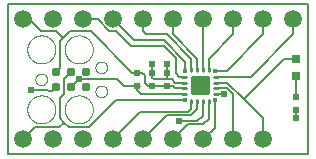
<source format=gtl>
G75*
%MOIN*%
%OFA0B0*%
%FSLAX25Y25*%
%IPPOS*%
%LPD*%
%AMOC8*
5,1,8,0,0,1.08239X$1,22.5*
%
%ADD10C,0.00500*%
%ADD11R,0.02362X0.01969*%
%ADD12R,0.03150X0.03150*%
%ADD13C,0.03100*%
%ADD14C,0.00000*%
%ADD15C,0.01260*%
%ADD16R,0.01339X0.01339*%
%ADD17C,0.01102*%
%ADD18C,0.05906*%
%ADD19C,0.02400*%
%ADD20C,0.00800*%
D10*
X0003750Y0001400D02*
X0003750Y0051400D01*
X0103750Y0051400D01*
X0103750Y0001400D01*
X0003750Y0001400D01*
X0008750Y0006400D02*
X0012750Y0010400D01*
X0020750Y0010400D01*
X0022375Y0012025D01*
X0024000Y0010400D01*
X0030500Y0010400D01*
X0039520Y0019420D01*
X0062770Y0019420D01*
X0064797Y0019065D02*
X0064797Y0016447D01*
X0063750Y0015400D01*
X0047750Y0015400D01*
X0038750Y0006400D01*
X0048750Y0006400D02*
X0056750Y0014400D01*
X0064750Y0014400D01*
X0066766Y0016416D01*
X0066766Y0019065D01*
X0068734Y0019065D02*
X0068734Y0014384D01*
X0066750Y0012400D01*
X0060750Y0012400D01*
X0063750Y0011400D02*
X0058750Y0006400D01*
X0063750Y0011400D02*
X0068750Y0011400D01*
X0070703Y0013353D01*
X0070703Y0019065D01*
X0072730Y0019420D02*
X0072730Y0010380D01*
X0068750Y0006400D01*
X0078750Y0006400D02*
X0078750Y0021400D01*
X0076734Y0023416D01*
X0073085Y0023416D01*
X0073085Y0025384D02*
X0076766Y0025384D01*
X0082250Y0019900D01*
X0095703Y0033353D01*
X0099750Y0033353D01*
X0099750Y0027447D02*
X0099750Y0020565D01*
X0099750Y0016235D02*
X0099750Y0013400D01*
X0088750Y0013400D02*
X0088750Y0006400D01*
X0088750Y0013400D02*
X0082250Y0019900D01*
X0067750Y0024400D02*
X0066250Y0022900D01*
X0062415Y0023416D02*
X0059484Y0023416D01*
X0058665Y0024235D01*
X0056750Y0024235D01*
X0051750Y0024235D01*
X0050165Y0024235D01*
X0049250Y0025150D01*
X0049250Y0027733D01*
X0048418Y0028565D01*
X0046750Y0028565D01*
X0045085Y0028565D01*
X0031250Y0042400D01*
X0024250Y0042400D01*
X0022000Y0040150D01*
X0019750Y0042400D01*
X0014750Y0042400D01*
X0010750Y0046400D01*
X0008750Y0046400D01*
X0021000Y0039150D02*
X0022000Y0040150D01*
X0021000Y0039150D02*
X0021000Y0030150D01*
X0019750Y0028900D01*
X0022250Y0026400D02*
X0022250Y0021400D01*
X0021000Y0020150D01*
X0021000Y0013400D01*
X0022375Y0012025D01*
X0018250Y0022400D02*
X0017250Y0022400D01*
X0016703Y0022947D01*
X0011250Y0022947D01*
X0018250Y0022400D02*
X0019750Y0023900D01*
X0022250Y0026400D02*
X0024750Y0028900D01*
X0027250Y0026400D02*
X0028750Y0026400D01*
X0040000Y0026400D01*
X0042250Y0024150D01*
X0047665Y0024150D01*
X0046750Y0024235D01*
X0046750Y0022828D01*
X0048131Y0021447D01*
X0062415Y0021447D01*
X0062415Y0025384D02*
X0059266Y0025384D01*
X0058250Y0026400D01*
X0056750Y0026400D01*
X0056750Y0028565D01*
X0056750Y0031447D01*
X0059750Y0033400D02*
X0055750Y0037400D01*
X0044750Y0037400D01*
X0039500Y0042650D01*
X0037250Y0042650D01*
X0033500Y0046400D01*
X0028750Y0046400D01*
X0038750Y0046400D02*
X0045750Y0039400D01*
X0055750Y0039400D01*
X0062770Y0032380D01*
X0062770Y0029380D01*
X0064797Y0029735D02*
X0064797Y0033353D01*
X0056750Y0041400D01*
X0049750Y0041400D01*
X0048750Y0042400D01*
X0048750Y0046400D01*
X0058750Y0046400D02*
X0058750Y0041400D01*
X0066766Y0033384D01*
X0066766Y0029735D01*
X0068734Y0029735D02*
X0068734Y0046384D01*
X0068750Y0046400D01*
X0078750Y0046400D02*
X0078750Y0041400D01*
X0070703Y0033353D01*
X0070703Y0029735D01*
X0072730Y0029380D02*
X0076730Y0029380D01*
X0088750Y0041400D01*
X0088750Y0046400D01*
X0098750Y0046400D02*
X0098750Y0041400D01*
X0084703Y0027353D01*
X0073085Y0027353D01*
X0062415Y0027353D02*
X0060797Y0027353D01*
X0059750Y0028400D01*
X0059750Y0033400D01*
X0051750Y0031447D02*
X0051750Y0028565D01*
X0051750Y0026959D01*
X0052309Y0026400D01*
X0056750Y0026400D01*
X0027250Y0026400D02*
X0024750Y0023900D01*
D11*
X0046750Y0024235D03*
X0051750Y0024235D03*
X0056750Y0024235D03*
X0056750Y0028565D03*
X0051750Y0028565D03*
X0046750Y0028565D03*
X0099750Y0020565D03*
X0099750Y0016235D03*
D12*
X0099750Y0027447D03*
X0099750Y0033353D03*
D13*
X0029750Y0028900D03*
X0024750Y0028900D03*
X0019750Y0028900D03*
X0019750Y0023900D03*
X0024750Y0023900D03*
X0029750Y0023900D03*
D14*
X0032800Y0022400D02*
X0032802Y0022488D01*
X0032808Y0022576D01*
X0032818Y0022664D01*
X0032832Y0022751D01*
X0032850Y0022837D01*
X0032871Y0022922D01*
X0032897Y0023007D01*
X0032926Y0023090D01*
X0032959Y0023172D01*
X0032996Y0023252D01*
X0033036Y0023330D01*
X0033080Y0023407D01*
X0033127Y0023481D01*
X0033178Y0023553D01*
X0033231Y0023623D01*
X0033288Y0023691D01*
X0033348Y0023755D01*
X0033411Y0023817D01*
X0033476Y0023876D01*
X0033544Y0023932D01*
X0033615Y0023985D01*
X0033687Y0024035D01*
X0033762Y0024081D01*
X0033839Y0024124D01*
X0033918Y0024164D01*
X0033999Y0024199D01*
X0034081Y0024232D01*
X0034164Y0024260D01*
X0034249Y0024285D01*
X0034335Y0024305D01*
X0034421Y0024322D01*
X0034508Y0024335D01*
X0034596Y0024344D01*
X0034684Y0024349D01*
X0034772Y0024350D01*
X0034860Y0024347D01*
X0034948Y0024340D01*
X0035035Y0024329D01*
X0035122Y0024314D01*
X0035208Y0024295D01*
X0035294Y0024273D01*
X0035378Y0024246D01*
X0035460Y0024216D01*
X0035542Y0024182D01*
X0035622Y0024144D01*
X0035699Y0024103D01*
X0035775Y0024059D01*
X0035849Y0024011D01*
X0035921Y0023959D01*
X0035990Y0023905D01*
X0036057Y0023847D01*
X0036121Y0023787D01*
X0036182Y0023723D01*
X0036241Y0023657D01*
X0036296Y0023589D01*
X0036348Y0023517D01*
X0036397Y0023444D01*
X0036442Y0023369D01*
X0036484Y0023291D01*
X0036523Y0023212D01*
X0036558Y0023131D01*
X0036589Y0023048D01*
X0036616Y0022965D01*
X0036640Y0022880D01*
X0036660Y0022794D01*
X0036676Y0022707D01*
X0036688Y0022620D01*
X0036696Y0022532D01*
X0036700Y0022444D01*
X0036700Y0022356D01*
X0036696Y0022268D01*
X0036688Y0022180D01*
X0036676Y0022093D01*
X0036660Y0022006D01*
X0036640Y0021920D01*
X0036616Y0021835D01*
X0036589Y0021752D01*
X0036558Y0021669D01*
X0036523Y0021588D01*
X0036484Y0021509D01*
X0036442Y0021431D01*
X0036397Y0021356D01*
X0036348Y0021283D01*
X0036296Y0021211D01*
X0036241Y0021143D01*
X0036182Y0021077D01*
X0036121Y0021013D01*
X0036057Y0020953D01*
X0035990Y0020895D01*
X0035921Y0020841D01*
X0035849Y0020789D01*
X0035775Y0020741D01*
X0035699Y0020697D01*
X0035622Y0020656D01*
X0035542Y0020618D01*
X0035460Y0020584D01*
X0035378Y0020554D01*
X0035294Y0020527D01*
X0035208Y0020505D01*
X0035122Y0020486D01*
X0035035Y0020471D01*
X0034948Y0020460D01*
X0034860Y0020453D01*
X0034772Y0020450D01*
X0034684Y0020451D01*
X0034596Y0020456D01*
X0034508Y0020465D01*
X0034421Y0020478D01*
X0034335Y0020495D01*
X0034249Y0020515D01*
X0034164Y0020540D01*
X0034081Y0020568D01*
X0033999Y0020601D01*
X0033918Y0020636D01*
X0033839Y0020676D01*
X0033762Y0020719D01*
X0033687Y0020765D01*
X0033615Y0020815D01*
X0033544Y0020868D01*
X0033476Y0020924D01*
X0033411Y0020983D01*
X0033348Y0021045D01*
X0033288Y0021109D01*
X0033231Y0021177D01*
X0033178Y0021247D01*
X0033127Y0021319D01*
X0033080Y0021393D01*
X0033036Y0021470D01*
X0032996Y0021548D01*
X0032959Y0021628D01*
X0032926Y0021710D01*
X0032897Y0021793D01*
X0032871Y0021878D01*
X0032850Y0021963D01*
X0032832Y0022049D01*
X0032818Y0022136D01*
X0032808Y0022224D01*
X0032802Y0022312D01*
X0032800Y0022400D01*
X0022575Y0016400D02*
X0022577Y0016537D01*
X0022583Y0016673D01*
X0022593Y0016809D01*
X0022607Y0016945D01*
X0022625Y0017081D01*
X0022647Y0017216D01*
X0022672Y0017350D01*
X0022702Y0017483D01*
X0022736Y0017615D01*
X0022773Y0017747D01*
X0022814Y0017877D01*
X0022860Y0018006D01*
X0022908Y0018134D01*
X0022961Y0018260D01*
X0023017Y0018384D01*
X0023077Y0018507D01*
X0023140Y0018628D01*
X0023207Y0018747D01*
X0023277Y0018864D01*
X0023351Y0018980D01*
X0023428Y0019092D01*
X0023508Y0019203D01*
X0023592Y0019311D01*
X0023679Y0019417D01*
X0023768Y0019520D01*
X0023861Y0019620D01*
X0023956Y0019718D01*
X0024055Y0019813D01*
X0024156Y0019905D01*
X0024260Y0019993D01*
X0024366Y0020079D01*
X0024475Y0020162D01*
X0024586Y0020241D01*
X0024699Y0020318D01*
X0024815Y0020391D01*
X0024932Y0020460D01*
X0025052Y0020526D01*
X0025173Y0020588D01*
X0025297Y0020647D01*
X0025422Y0020703D01*
X0025548Y0020754D01*
X0025676Y0020802D01*
X0025805Y0020846D01*
X0025936Y0020887D01*
X0026068Y0020923D01*
X0026200Y0020956D01*
X0026334Y0020984D01*
X0026468Y0021009D01*
X0026603Y0021030D01*
X0026739Y0021047D01*
X0026875Y0021060D01*
X0027011Y0021069D01*
X0027148Y0021074D01*
X0027284Y0021075D01*
X0027421Y0021072D01*
X0027557Y0021065D01*
X0027693Y0021054D01*
X0027829Y0021039D01*
X0027964Y0021020D01*
X0028099Y0020997D01*
X0028233Y0020970D01*
X0028366Y0020940D01*
X0028498Y0020905D01*
X0028630Y0020867D01*
X0028759Y0020825D01*
X0028888Y0020779D01*
X0029015Y0020729D01*
X0029141Y0020675D01*
X0029265Y0020618D01*
X0029388Y0020558D01*
X0029508Y0020493D01*
X0029627Y0020426D01*
X0029743Y0020355D01*
X0029858Y0020280D01*
X0029970Y0020202D01*
X0030080Y0020121D01*
X0030188Y0020037D01*
X0030293Y0019949D01*
X0030395Y0019859D01*
X0030495Y0019766D01*
X0030592Y0019669D01*
X0030686Y0019570D01*
X0030777Y0019469D01*
X0030865Y0019364D01*
X0030950Y0019257D01*
X0031032Y0019148D01*
X0031111Y0019036D01*
X0031186Y0018922D01*
X0031258Y0018806D01*
X0031327Y0018688D01*
X0031392Y0018568D01*
X0031454Y0018446D01*
X0031512Y0018322D01*
X0031566Y0018197D01*
X0031617Y0018070D01*
X0031663Y0017942D01*
X0031707Y0017812D01*
X0031746Y0017681D01*
X0031782Y0017549D01*
X0031813Y0017416D01*
X0031841Y0017283D01*
X0031865Y0017148D01*
X0031885Y0017013D01*
X0031901Y0016877D01*
X0031913Y0016741D01*
X0031921Y0016605D01*
X0031925Y0016468D01*
X0031925Y0016332D01*
X0031921Y0016195D01*
X0031913Y0016059D01*
X0031901Y0015923D01*
X0031885Y0015787D01*
X0031865Y0015652D01*
X0031841Y0015517D01*
X0031813Y0015384D01*
X0031782Y0015251D01*
X0031746Y0015119D01*
X0031707Y0014988D01*
X0031663Y0014858D01*
X0031617Y0014730D01*
X0031566Y0014603D01*
X0031512Y0014478D01*
X0031454Y0014354D01*
X0031392Y0014232D01*
X0031327Y0014112D01*
X0031258Y0013994D01*
X0031186Y0013878D01*
X0031111Y0013764D01*
X0031032Y0013652D01*
X0030950Y0013543D01*
X0030865Y0013436D01*
X0030777Y0013331D01*
X0030686Y0013230D01*
X0030592Y0013131D01*
X0030495Y0013034D01*
X0030395Y0012941D01*
X0030293Y0012851D01*
X0030188Y0012763D01*
X0030080Y0012679D01*
X0029970Y0012598D01*
X0029858Y0012520D01*
X0029743Y0012445D01*
X0029627Y0012374D01*
X0029508Y0012307D01*
X0029388Y0012242D01*
X0029265Y0012182D01*
X0029141Y0012125D01*
X0029015Y0012071D01*
X0028888Y0012021D01*
X0028759Y0011975D01*
X0028630Y0011933D01*
X0028498Y0011895D01*
X0028366Y0011860D01*
X0028233Y0011830D01*
X0028099Y0011803D01*
X0027964Y0011780D01*
X0027829Y0011761D01*
X0027693Y0011746D01*
X0027557Y0011735D01*
X0027421Y0011728D01*
X0027284Y0011725D01*
X0027148Y0011726D01*
X0027011Y0011731D01*
X0026875Y0011740D01*
X0026739Y0011753D01*
X0026603Y0011770D01*
X0026468Y0011791D01*
X0026334Y0011816D01*
X0026200Y0011844D01*
X0026068Y0011877D01*
X0025936Y0011913D01*
X0025805Y0011954D01*
X0025676Y0011998D01*
X0025548Y0012046D01*
X0025422Y0012097D01*
X0025297Y0012153D01*
X0025173Y0012212D01*
X0025052Y0012274D01*
X0024932Y0012340D01*
X0024815Y0012409D01*
X0024699Y0012482D01*
X0024586Y0012559D01*
X0024475Y0012638D01*
X0024366Y0012721D01*
X0024260Y0012807D01*
X0024156Y0012895D01*
X0024055Y0012987D01*
X0023956Y0013082D01*
X0023861Y0013180D01*
X0023768Y0013280D01*
X0023679Y0013383D01*
X0023592Y0013489D01*
X0023508Y0013597D01*
X0023428Y0013708D01*
X0023351Y0013820D01*
X0023277Y0013936D01*
X0023207Y0014053D01*
X0023140Y0014172D01*
X0023077Y0014293D01*
X0023017Y0014416D01*
X0022961Y0014540D01*
X0022908Y0014666D01*
X0022860Y0014794D01*
X0022814Y0014923D01*
X0022773Y0015053D01*
X0022736Y0015185D01*
X0022702Y0015317D01*
X0022672Y0015450D01*
X0022647Y0015584D01*
X0022625Y0015719D01*
X0022607Y0015855D01*
X0022593Y0015991D01*
X0022583Y0016127D01*
X0022577Y0016263D01*
X0022575Y0016400D01*
X0010075Y0016400D02*
X0010077Y0016537D01*
X0010083Y0016673D01*
X0010093Y0016809D01*
X0010107Y0016945D01*
X0010125Y0017081D01*
X0010147Y0017216D01*
X0010172Y0017350D01*
X0010202Y0017483D01*
X0010236Y0017615D01*
X0010273Y0017747D01*
X0010314Y0017877D01*
X0010360Y0018006D01*
X0010408Y0018134D01*
X0010461Y0018260D01*
X0010517Y0018384D01*
X0010577Y0018507D01*
X0010640Y0018628D01*
X0010707Y0018747D01*
X0010777Y0018864D01*
X0010851Y0018980D01*
X0010928Y0019092D01*
X0011008Y0019203D01*
X0011092Y0019311D01*
X0011179Y0019417D01*
X0011268Y0019520D01*
X0011361Y0019620D01*
X0011456Y0019718D01*
X0011555Y0019813D01*
X0011656Y0019905D01*
X0011760Y0019993D01*
X0011866Y0020079D01*
X0011975Y0020162D01*
X0012086Y0020241D01*
X0012199Y0020318D01*
X0012315Y0020391D01*
X0012432Y0020460D01*
X0012552Y0020526D01*
X0012673Y0020588D01*
X0012797Y0020647D01*
X0012922Y0020703D01*
X0013048Y0020754D01*
X0013176Y0020802D01*
X0013305Y0020846D01*
X0013436Y0020887D01*
X0013568Y0020923D01*
X0013700Y0020956D01*
X0013834Y0020984D01*
X0013968Y0021009D01*
X0014103Y0021030D01*
X0014239Y0021047D01*
X0014375Y0021060D01*
X0014511Y0021069D01*
X0014648Y0021074D01*
X0014784Y0021075D01*
X0014921Y0021072D01*
X0015057Y0021065D01*
X0015193Y0021054D01*
X0015329Y0021039D01*
X0015464Y0021020D01*
X0015599Y0020997D01*
X0015733Y0020970D01*
X0015866Y0020940D01*
X0015998Y0020905D01*
X0016130Y0020867D01*
X0016259Y0020825D01*
X0016388Y0020779D01*
X0016515Y0020729D01*
X0016641Y0020675D01*
X0016765Y0020618D01*
X0016888Y0020558D01*
X0017008Y0020493D01*
X0017127Y0020426D01*
X0017243Y0020355D01*
X0017358Y0020280D01*
X0017470Y0020202D01*
X0017580Y0020121D01*
X0017688Y0020037D01*
X0017793Y0019949D01*
X0017895Y0019859D01*
X0017995Y0019766D01*
X0018092Y0019669D01*
X0018186Y0019570D01*
X0018277Y0019469D01*
X0018365Y0019364D01*
X0018450Y0019257D01*
X0018532Y0019148D01*
X0018611Y0019036D01*
X0018686Y0018922D01*
X0018758Y0018806D01*
X0018827Y0018688D01*
X0018892Y0018568D01*
X0018954Y0018446D01*
X0019012Y0018322D01*
X0019066Y0018197D01*
X0019117Y0018070D01*
X0019163Y0017942D01*
X0019207Y0017812D01*
X0019246Y0017681D01*
X0019282Y0017549D01*
X0019313Y0017416D01*
X0019341Y0017283D01*
X0019365Y0017148D01*
X0019385Y0017013D01*
X0019401Y0016877D01*
X0019413Y0016741D01*
X0019421Y0016605D01*
X0019425Y0016468D01*
X0019425Y0016332D01*
X0019421Y0016195D01*
X0019413Y0016059D01*
X0019401Y0015923D01*
X0019385Y0015787D01*
X0019365Y0015652D01*
X0019341Y0015517D01*
X0019313Y0015384D01*
X0019282Y0015251D01*
X0019246Y0015119D01*
X0019207Y0014988D01*
X0019163Y0014858D01*
X0019117Y0014730D01*
X0019066Y0014603D01*
X0019012Y0014478D01*
X0018954Y0014354D01*
X0018892Y0014232D01*
X0018827Y0014112D01*
X0018758Y0013994D01*
X0018686Y0013878D01*
X0018611Y0013764D01*
X0018532Y0013652D01*
X0018450Y0013543D01*
X0018365Y0013436D01*
X0018277Y0013331D01*
X0018186Y0013230D01*
X0018092Y0013131D01*
X0017995Y0013034D01*
X0017895Y0012941D01*
X0017793Y0012851D01*
X0017688Y0012763D01*
X0017580Y0012679D01*
X0017470Y0012598D01*
X0017358Y0012520D01*
X0017243Y0012445D01*
X0017127Y0012374D01*
X0017008Y0012307D01*
X0016888Y0012242D01*
X0016765Y0012182D01*
X0016641Y0012125D01*
X0016515Y0012071D01*
X0016388Y0012021D01*
X0016259Y0011975D01*
X0016130Y0011933D01*
X0015998Y0011895D01*
X0015866Y0011860D01*
X0015733Y0011830D01*
X0015599Y0011803D01*
X0015464Y0011780D01*
X0015329Y0011761D01*
X0015193Y0011746D01*
X0015057Y0011735D01*
X0014921Y0011728D01*
X0014784Y0011725D01*
X0014648Y0011726D01*
X0014511Y0011731D01*
X0014375Y0011740D01*
X0014239Y0011753D01*
X0014103Y0011770D01*
X0013968Y0011791D01*
X0013834Y0011816D01*
X0013700Y0011844D01*
X0013568Y0011877D01*
X0013436Y0011913D01*
X0013305Y0011954D01*
X0013176Y0011998D01*
X0013048Y0012046D01*
X0012922Y0012097D01*
X0012797Y0012153D01*
X0012673Y0012212D01*
X0012552Y0012274D01*
X0012432Y0012340D01*
X0012315Y0012409D01*
X0012199Y0012482D01*
X0012086Y0012559D01*
X0011975Y0012638D01*
X0011866Y0012721D01*
X0011760Y0012807D01*
X0011656Y0012895D01*
X0011555Y0012987D01*
X0011456Y0013082D01*
X0011361Y0013180D01*
X0011268Y0013280D01*
X0011179Y0013383D01*
X0011092Y0013489D01*
X0011008Y0013597D01*
X0010928Y0013708D01*
X0010851Y0013820D01*
X0010777Y0013936D01*
X0010707Y0014053D01*
X0010640Y0014172D01*
X0010577Y0014293D01*
X0010517Y0014416D01*
X0010461Y0014540D01*
X0010408Y0014666D01*
X0010360Y0014794D01*
X0010314Y0014923D01*
X0010273Y0015053D01*
X0010236Y0015185D01*
X0010202Y0015317D01*
X0010172Y0015450D01*
X0010147Y0015584D01*
X0010125Y0015719D01*
X0010107Y0015855D01*
X0010093Y0015991D01*
X0010083Y0016127D01*
X0010077Y0016263D01*
X0010075Y0016400D01*
X0012800Y0026400D02*
X0012802Y0026488D01*
X0012808Y0026576D01*
X0012818Y0026664D01*
X0012832Y0026751D01*
X0012850Y0026837D01*
X0012871Y0026922D01*
X0012897Y0027007D01*
X0012926Y0027090D01*
X0012959Y0027172D01*
X0012996Y0027252D01*
X0013036Y0027330D01*
X0013080Y0027407D01*
X0013127Y0027481D01*
X0013178Y0027553D01*
X0013231Y0027623D01*
X0013288Y0027691D01*
X0013348Y0027755D01*
X0013411Y0027817D01*
X0013476Y0027876D01*
X0013544Y0027932D01*
X0013615Y0027985D01*
X0013687Y0028035D01*
X0013762Y0028081D01*
X0013839Y0028124D01*
X0013918Y0028164D01*
X0013999Y0028199D01*
X0014081Y0028232D01*
X0014164Y0028260D01*
X0014249Y0028285D01*
X0014335Y0028305D01*
X0014421Y0028322D01*
X0014508Y0028335D01*
X0014596Y0028344D01*
X0014684Y0028349D01*
X0014772Y0028350D01*
X0014860Y0028347D01*
X0014948Y0028340D01*
X0015035Y0028329D01*
X0015122Y0028314D01*
X0015208Y0028295D01*
X0015294Y0028273D01*
X0015378Y0028246D01*
X0015460Y0028216D01*
X0015542Y0028182D01*
X0015622Y0028144D01*
X0015699Y0028103D01*
X0015775Y0028059D01*
X0015849Y0028011D01*
X0015921Y0027959D01*
X0015990Y0027905D01*
X0016057Y0027847D01*
X0016121Y0027787D01*
X0016182Y0027723D01*
X0016241Y0027657D01*
X0016296Y0027589D01*
X0016348Y0027517D01*
X0016397Y0027444D01*
X0016442Y0027369D01*
X0016484Y0027291D01*
X0016523Y0027212D01*
X0016558Y0027131D01*
X0016589Y0027048D01*
X0016616Y0026965D01*
X0016640Y0026880D01*
X0016660Y0026794D01*
X0016676Y0026707D01*
X0016688Y0026620D01*
X0016696Y0026532D01*
X0016700Y0026444D01*
X0016700Y0026356D01*
X0016696Y0026268D01*
X0016688Y0026180D01*
X0016676Y0026093D01*
X0016660Y0026006D01*
X0016640Y0025920D01*
X0016616Y0025835D01*
X0016589Y0025752D01*
X0016558Y0025669D01*
X0016523Y0025588D01*
X0016484Y0025509D01*
X0016442Y0025431D01*
X0016397Y0025356D01*
X0016348Y0025283D01*
X0016296Y0025211D01*
X0016241Y0025143D01*
X0016182Y0025077D01*
X0016121Y0025013D01*
X0016057Y0024953D01*
X0015990Y0024895D01*
X0015921Y0024841D01*
X0015849Y0024789D01*
X0015775Y0024741D01*
X0015699Y0024697D01*
X0015622Y0024656D01*
X0015542Y0024618D01*
X0015460Y0024584D01*
X0015378Y0024554D01*
X0015294Y0024527D01*
X0015208Y0024505D01*
X0015122Y0024486D01*
X0015035Y0024471D01*
X0014948Y0024460D01*
X0014860Y0024453D01*
X0014772Y0024450D01*
X0014684Y0024451D01*
X0014596Y0024456D01*
X0014508Y0024465D01*
X0014421Y0024478D01*
X0014335Y0024495D01*
X0014249Y0024515D01*
X0014164Y0024540D01*
X0014081Y0024568D01*
X0013999Y0024601D01*
X0013918Y0024636D01*
X0013839Y0024676D01*
X0013762Y0024719D01*
X0013687Y0024765D01*
X0013615Y0024815D01*
X0013544Y0024868D01*
X0013476Y0024924D01*
X0013411Y0024983D01*
X0013348Y0025045D01*
X0013288Y0025109D01*
X0013231Y0025177D01*
X0013178Y0025247D01*
X0013127Y0025319D01*
X0013080Y0025393D01*
X0013036Y0025470D01*
X0012996Y0025548D01*
X0012959Y0025628D01*
X0012926Y0025710D01*
X0012897Y0025793D01*
X0012871Y0025878D01*
X0012850Y0025963D01*
X0012832Y0026049D01*
X0012818Y0026136D01*
X0012808Y0026224D01*
X0012802Y0026312D01*
X0012800Y0026400D01*
X0010075Y0036400D02*
X0010077Y0036537D01*
X0010083Y0036673D01*
X0010093Y0036809D01*
X0010107Y0036945D01*
X0010125Y0037081D01*
X0010147Y0037216D01*
X0010172Y0037350D01*
X0010202Y0037483D01*
X0010236Y0037615D01*
X0010273Y0037747D01*
X0010314Y0037877D01*
X0010360Y0038006D01*
X0010408Y0038134D01*
X0010461Y0038260D01*
X0010517Y0038384D01*
X0010577Y0038507D01*
X0010640Y0038628D01*
X0010707Y0038747D01*
X0010777Y0038864D01*
X0010851Y0038980D01*
X0010928Y0039092D01*
X0011008Y0039203D01*
X0011092Y0039311D01*
X0011179Y0039417D01*
X0011268Y0039520D01*
X0011361Y0039620D01*
X0011456Y0039718D01*
X0011555Y0039813D01*
X0011656Y0039905D01*
X0011760Y0039993D01*
X0011866Y0040079D01*
X0011975Y0040162D01*
X0012086Y0040241D01*
X0012199Y0040318D01*
X0012315Y0040391D01*
X0012432Y0040460D01*
X0012552Y0040526D01*
X0012673Y0040588D01*
X0012797Y0040647D01*
X0012922Y0040703D01*
X0013048Y0040754D01*
X0013176Y0040802D01*
X0013305Y0040846D01*
X0013436Y0040887D01*
X0013568Y0040923D01*
X0013700Y0040956D01*
X0013834Y0040984D01*
X0013968Y0041009D01*
X0014103Y0041030D01*
X0014239Y0041047D01*
X0014375Y0041060D01*
X0014511Y0041069D01*
X0014648Y0041074D01*
X0014784Y0041075D01*
X0014921Y0041072D01*
X0015057Y0041065D01*
X0015193Y0041054D01*
X0015329Y0041039D01*
X0015464Y0041020D01*
X0015599Y0040997D01*
X0015733Y0040970D01*
X0015866Y0040940D01*
X0015998Y0040905D01*
X0016130Y0040867D01*
X0016259Y0040825D01*
X0016388Y0040779D01*
X0016515Y0040729D01*
X0016641Y0040675D01*
X0016765Y0040618D01*
X0016888Y0040558D01*
X0017008Y0040493D01*
X0017127Y0040426D01*
X0017243Y0040355D01*
X0017358Y0040280D01*
X0017470Y0040202D01*
X0017580Y0040121D01*
X0017688Y0040037D01*
X0017793Y0039949D01*
X0017895Y0039859D01*
X0017995Y0039766D01*
X0018092Y0039669D01*
X0018186Y0039570D01*
X0018277Y0039469D01*
X0018365Y0039364D01*
X0018450Y0039257D01*
X0018532Y0039148D01*
X0018611Y0039036D01*
X0018686Y0038922D01*
X0018758Y0038806D01*
X0018827Y0038688D01*
X0018892Y0038568D01*
X0018954Y0038446D01*
X0019012Y0038322D01*
X0019066Y0038197D01*
X0019117Y0038070D01*
X0019163Y0037942D01*
X0019207Y0037812D01*
X0019246Y0037681D01*
X0019282Y0037549D01*
X0019313Y0037416D01*
X0019341Y0037283D01*
X0019365Y0037148D01*
X0019385Y0037013D01*
X0019401Y0036877D01*
X0019413Y0036741D01*
X0019421Y0036605D01*
X0019425Y0036468D01*
X0019425Y0036332D01*
X0019421Y0036195D01*
X0019413Y0036059D01*
X0019401Y0035923D01*
X0019385Y0035787D01*
X0019365Y0035652D01*
X0019341Y0035517D01*
X0019313Y0035384D01*
X0019282Y0035251D01*
X0019246Y0035119D01*
X0019207Y0034988D01*
X0019163Y0034858D01*
X0019117Y0034730D01*
X0019066Y0034603D01*
X0019012Y0034478D01*
X0018954Y0034354D01*
X0018892Y0034232D01*
X0018827Y0034112D01*
X0018758Y0033994D01*
X0018686Y0033878D01*
X0018611Y0033764D01*
X0018532Y0033652D01*
X0018450Y0033543D01*
X0018365Y0033436D01*
X0018277Y0033331D01*
X0018186Y0033230D01*
X0018092Y0033131D01*
X0017995Y0033034D01*
X0017895Y0032941D01*
X0017793Y0032851D01*
X0017688Y0032763D01*
X0017580Y0032679D01*
X0017470Y0032598D01*
X0017358Y0032520D01*
X0017243Y0032445D01*
X0017127Y0032374D01*
X0017008Y0032307D01*
X0016888Y0032242D01*
X0016765Y0032182D01*
X0016641Y0032125D01*
X0016515Y0032071D01*
X0016388Y0032021D01*
X0016259Y0031975D01*
X0016130Y0031933D01*
X0015998Y0031895D01*
X0015866Y0031860D01*
X0015733Y0031830D01*
X0015599Y0031803D01*
X0015464Y0031780D01*
X0015329Y0031761D01*
X0015193Y0031746D01*
X0015057Y0031735D01*
X0014921Y0031728D01*
X0014784Y0031725D01*
X0014648Y0031726D01*
X0014511Y0031731D01*
X0014375Y0031740D01*
X0014239Y0031753D01*
X0014103Y0031770D01*
X0013968Y0031791D01*
X0013834Y0031816D01*
X0013700Y0031844D01*
X0013568Y0031877D01*
X0013436Y0031913D01*
X0013305Y0031954D01*
X0013176Y0031998D01*
X0013048Y0032046D01*
X0012922Y0032097D01*
X0012797Y0032153D01*
X0012673Y0032212D01*
X0012552Y0032274D01*
X0012432Y0032340D01*
X0012315Y0032409D01*
X0012199Y0032482D01*
X0012086Y0032559D01*
X0011975Y0032638D01*
X0011866Y0032721D01*
X0011760Y0032807D01*
X0011656Y0032895D01*
X0011555Y0032987D01*
X0011456Y0033082D01*
X0011361Y0033180D01*
X0011268Y0033280D01*
X0011179Y0033383D01*
X0011092Y0033489D01*
X0011008Y0033597D01*
X0010928Y0033708D01*
X0010851Y0033820D01*
X0010777Y0033936D01*
X0010707Y0034053D01*
X0010640Y0034172D01*
X0010577Y0034293D01*
X0010517Y0034416D01*
X0010461Y0034540D01*
X0010408Y0034666D01*
X0010360Y0034794D01*
X0010314Y0034923D01*
X0010273Y0035053D01*
X0010236Y0035185D01*
X0010202Y0035317D01*
X0010172Y0035450D01*
X0010147Y0035584D01*
X0010125Y0035719D01*
X0010107Y0035855D01*
X0010093Y0035991D01*
X0010083Y0036127D01*
X0010077Y0036263D01*
X0010075Y0036400D01*
X0022575Y0036400D02*
X0022577Y0036537D01*
X0022583Y0036673D01*
X0022593Y0036809D01*
X0022607Y0036945D01*
X0022625Y0037081D01*
X0022647Y0037216D01*
X0022672Y0037350D01*
X0022702Y0037483D01*
X0022736Y0037615D01*
X0022773Y0037747D01*
X0022814Y0037877D01*
X0022860Y0038006D01*
X0022908Y0038134D01*
X0022961Y0038260D01*
X0023017Y0038384D01*
X0023077Y0038507D01*
X0023140Y0038628D01*
X0023207Y0038747D01*
X0023277Y0038864D01*
X0023351Y0038980D01*
X0023428Y0039092D01*
X0023508Y0039203D01*
X0023592Y0039311D01*
X0023679Y0039417D01*
X0023768Y0039520D01*
X0023861Y0039620D01*
X0023956Y0039718D01*
X0024055Y0039813D01*
X0024156Y0039905D01*
X0024260Y0039993D01*
X0024366Y0040079D01*
X0024475Y0040162D01*
X0024586Y0040241D01*
X0024699Y0040318D01*
X0024815Y0040391D01*
X0024932Y0040460D01*
X0025052Y0040526D01*
X0025173Y0040588D01*
X0025297Y0040647D01*
X0025422Y0040703D01*
X0025548Y0040754D01*
X0025676Y0040802D01*
X0025805Y0040846D01*
X0025936Y0040887D01*
X0026068Y0040923D01*
X0026200Y0040956D01*
X0026334Y0040984D01*
X0026468Y0041009D01*
X0026603Y0041030D01*
X0026739Y0041047D01*
X0026875Y0041060D01*
X0027011Y0041069D01*
X0027148Y0041074D01*
X0027284Y0041075D01*
X0027421Y0041072D01*
X0027557Y0041065D01*
X0027693Y0041054D01*
X0027829Y0041039D01*
X0027964Y0041020D01*
X0028099Y0040997D01*
X0028233Y0040970D01*
X0028366Y0040940D01*
X0028498Y0040905D01*
X0028630Y0040867D01*
X0028759Y0040825D01*
X0028888Y0040779D01*
X0029015Y0040729D01*
X0029141Y0040675D01*
X0029265Y0040618D01*
X0029388Y0040558D01*
X0029508Y0040493D01*
X0029627Y0040426D01*
X0029743Y0040355D01*
X0029858Y0040280D01*
X0029970Y0040202D01*
X0030080Y0040121D01*
X0030188Y0040037D01*
X0030293Y0039949D01*
X0030395Y0039859D01*
X0030495Y0039766D01*
X0030592Y0039669D01*
X0030686Y0039570D01*
X0030777Y0039469D01*
X0030865Y0039364D01*
X0030950Y0039257D01*
X0031032Y0039148D01*
X0031111Y0039036D01*
X0031186Y0038922D01*
X0031258Y0038806D01*
X0031327Y0038688D01*
X0031392Y0038568D01*
X0031454Y0038446D01*
X0031512Y0038322D01*
X0031566Y0038197D01*
X0031617Y0038070D01*
X0031663Y0037942D01*
X0031707Y0037812D01*
X0031746Y0037681D01*
X0031782Y0037549D01*
X0031813Y0037416D01*
X0031841Y0037283D01*
X0031865Y0037148D01*
X0031885Y0037013D01*
X0031901Y0036877D01*
X0031913Y0036741D01*
X0031921Y0036605D01*
X0031925Y0036468D01*
X0031925Y0036332D01*
X0031921Y0036195D01*
X0031913Y0036059D01*
X0031901Y0035923D01*
X0031885Y0035787D01*
X0031865Y0035652D01*
X0031841Y0035517D01*
X0031813Y0035384D01*
X0031782Y0035251D01*
X0031746Y0035119D01*
X0031707Y0034988D01*
X0031663Y0034858D01*
X0031617Y0034730D01*
X0031566Y0034603D01*
X0031512Y0034478D01*
X0031454Y0034354D01*
X0031392Y0034232D01*
X0031327Y0034112D01*
X0031258Y0033994D01*
X0031186Y0033878D01*
X0031111Y0033764D01*
X0031032Y0033652D01*
X0030950Y0033543D01*
X0030865Y0033436D01*
X0030777Y0033331D01*
X0030686Y0033230D01*
X0030592Y0033131D01*
X0030495Y0033034D01*
X0030395Y0032941D01*
X0030293Y0032851D01*
X0030188Y0032763D01*
X0030080Y0032679D01*
X0029970Y0032598D01*
X0029858Y0032520D01*
X0029743Y0032445D01*
X0029627Y0032374D01*
X0029508Y0032307D01*
X0029388Y0032242D01*
X0029265Y0032182D01*
X0029141Y0032125D01*
X0029015Y0032071D01*
X0028888Y0032021D01*
X0028759Y0031975D01*
X0028630Y0031933D01*
X0028498Y0031895D01*
X0028366Y0031860D01*
X0028233Y0031830D01*
X0028099Y0031803D01*
X0027964Y0031780D01*
X0027829Y0031761D01*
X0027693Y0031746D01*
X0027557Y0031735D01*
X0027421Y0031728D01*
X0027284Y0031725D01*
X0027148Y0031726D01*
X0027011Y0031731D01*
X0026875Y0031740D01*
X0026739Y0031753D01*
X0026603Y0031770D01*
X0026468Y0031791D01*
X0026334Y0031816D01*
X0026200Y0031844D01*
X0026068Y0031877D01*
X0025936Y0031913D01*
X0025805Y0031954D01*
X0025676Y0031998D01*
X0025548Y0032046D01*
X0025422Y0032097D01*
X0025297Y0032153D01*
X0025173Y0032212D01*
X0025052Y0032274D01*
X0024932Y0032340D01*
X0024815Y0032409D01*
X0024699Y0032482D01*
X0024586Y0032559D01*
X0024475Y0032638D01*
X0024366Y0032721D01*
X0024260Y0032807D01*
X0024156Y0032895D01*
X0024055Y0032987D01*
X0023956Y0033082D01*
X0023861Y0033180D01*
X0023768Y0033280D01*
X0023679Y0033383D01*
X0023592Y0033489D01*
X0023508Y0033597D01*
X0023428Y0033708D01*
X0023351Y0033820D01*
X0023277Y0033936D01*
X0023207Y0034053D01*
X0023140Y0034172D01*
X0023077Y0034293D01*
X0023017Y0034416D01*
X0022961Y0034540D01*
X0022908Y0034666D01*
X0022860Y0034794D01*
X0022814Y0034923D01*
X0022773Y0035053D01*
X0022736Y0035185D01*
X0022702Y0035317D01*
X0022672Y0035450D01*
X0022647Y0035584D01*
X0022625Y0035719D01*
X0022607Y0035855D01*
X0022593Y0035991D01*
X0022583Y0036127D01*
X0022577Y0036263D01*
X0022575Y0036400D01*
X0032800Y0030400D02*
X0032802Y0030488D01*
X0032808Y0030576D01*
X0032818Y0030664D01*
X0032832Y0030751D01*
X0032850Y0030837D01*
X0032871Y0030922D01*
X0032897Y0031007D01*
X0032926Y0031090D01*
X0032959Y0031172D01*
X0032996Y0031252D01*
X0033036Y0031330D01*
X0033080Y0031407D01*
X0033127Y0031481D01*
X0033178Y0031553D01*
X0033231Y0031623D01*
X0033288Y0031691D01*
X0033348Y0031755D01*
X0033411Y0031817D01*
X0033476Y0031876D01*
X0033544Y0031932D01*
X0033615Y0031985D01*
X0033687Y0032035D01*
X0033762Y0032081D01*
X0033839Y0032124D01*
X0033918Y0032164D01*
X0033999Y0032199D01*
X0034081Y0032232D01*
X0034164Y0032260D01*
X0034249Y0032285D01*
X0034335Y0032305D01*
X0034421Y0032322D01*
X0034508Y0032335D01*
X0034596Y0032344D01*
X0034684Y0032349D01*
X0034772Y0032350D01*
X0034860Y0032347D01*
X0034948Y0032340D01*
X0035035Y0032329D01*
X0035122Y0032314D01*
X0035208Y0032295D01*
X0035294Y0032273D01*
X0035378Y0032246D01*
X0035460Y0032216D01*
X0035542Y0032182D01*
X0035622Y0032144D01*
X0035699Y0032103D01*
X0035775Y0032059D01*
X0035849Y0032011D01*
X0035921Y0031959D01*
X0035990Y0031905D01*
X0036057Y0031847D01*
X0036121Y0031787D01*
X0036182Y0031723D01*
X0036241Y0031657D01*
X0036296Y0031589D01*
X0036348Y0031517D01*
X0036397Y0031444D01*
X0036442Y0031369D01*
X0036484Y0031291D01*
X0036523Y0031212D01*
X0036558Y0031131D01*
X0036589Y0031048D01*
X0036616Y0030965D01*
X0036640Y0030880D01*
X0036660Y0030794D01*
X0036676Y0030707D01*
X0036688Y0030620D01*
X0036696Y0030532D01*
X0036700Y0030444D01*
X0036700Y0030356D01*
X0036696Y0030268D01*
X0036688Y0030180D01*
X0036676Y0030093D01*
X0036660Y0030006D01*
X0036640Y0029920D01*
X0036616Y0029835D01*
X0036589Y0029752D01*
X0036558Y0029669D01*
X0036523Y0029588D01*
X0036484Y0029509D01*
X0036442Y0029431D01*
X0036397Y0029356D01*
X0036348Y0029283D01*
X0036296Y0029211D01*
X0036241Y0029143D01*
X0036182Y0029077D01*
X0036121Y0029013D01*
X0036057Y0028953D01*
X0035990Y0028895D01*
X0035921Y0028841D01*
X0035849Y0028789D01*
X0035775Y0028741D01*
X0035699Y0028697D01*
X0035622Y0028656D01*
X0035542Y0028618D01*
X0035460Y0028584D01*
X0035378Y0028554D01*
X0035294Y0028527D01*
X0035208Y0028505D01*
X0035122Y0028486D01*
X0035035Y0028471D01*
X0034948Y0028460D01*
X0034860Y0028453D01*
X0034772Y0028450D01*
X0034684Y0028451D01*
X0034596Y0028456D01*
X0034508Y0028465D01*
X0034421Y0028478D01*
X0034335Y0028495D01*
X0034249Y0028515D01*
X0034164Y0028540D01*
X0034081Y0028568D01*
X0033999Y0028601D01*
X0033918Y0028636D01*
X0033839Y0028676D01*
X0033762Y0028719D01*
X0033687Y0028765D01*
X0033615Y0028815D01*
X0033544Y0028868D01*
X0033476Y0028924D01*
X0033411Y0028983D01*
X0033348Y0029045D01*
X0033288Y0029109D01*
X0033231Y0029177D01*
X0033178Y0029247D01*
X0033127Y0029319D01*
X0033080Y0029393D01*
X0033036Y0029470D01*
X0032996Y0029548D01*
X0032959Y0029628D01*
X0032926Y0029710D01*
X0032897Y0029793D01*
X0032871Y0029878D01*
X0032850Y0029963D01*
X0032832Y0030049D01*
X0032818Y0030136D01*
X0032808Y0030224D01*
X0032802Y0030312D01*
X0032800Y0030400D01*
D15*
X0065231Y0021881D02*
X0070269Y0021881D01*
X0065231Y0021881D02*
X0065231Y0026919D01*
X0070269Y0026919D01*
X0070269Y0021881D01*
X0070269Y0023140D02*
X0065231Y0023140D01*
X0065231Y0024399D02*
X0070269Y0024399D01*
X0070269Y0025658D02*
X0065231Y0025658D01*
X0065231Y0026917D02*
X0070269Y0026917D01*
D16*
X0072730Y0029380D03*
X0062770Y0029380D03*
X0062770Y0019420D03*
X0072730Y0019420D03*
D17*
X0070703Y0019715D02*
X0070703Y0018415D01*
X0068734Y0018415D02*
X0068734Y0019715D01*
X0066766Y0019715D02*
X0066766Y0018415D01*
X0064797Y0018415D02*
X0064797Y0019715D01*
X0063065Y0021447D02*
X0061765Y0021447D01*
X0061765Y0023416D02*
X0063065Y0023416D01*
X0063065Y0025384D02*
X0061765Y0025384D01*
X0061765Y0027353D02*
X0063065Y0027353D01*
X0064797Y0029085D02*
X0064797Y0030385D01*
X0066766Y0030385D02*
X0066766Y0029085D01*
X0068734Y0029085D02*
X0068734Y0030385D01*
X0070703Y0030385D02*
X0070703Y0029085D01*
X0072435Y0027353D02*
X0073735Y0027353D01*
X0073735Y0025384D02*
X0072435Y0025384D01*
X0072435Y0023416D02*
X0073735Y0023416D01*
X0073735Y0021447D02*
X0072435Y0021447D01*
D18*
X0068750Y0006400D03*
X0078750Y0006400D03*
X0088750Y0006400D03*
X0058750Y0006400D03*
X0048750Y0006400D03*
X0038750Y0006400D03*
X0028750Y0006400D03*
X0018750Y0006400D03*
X0008750Y0006400D03*
X0008750Y0046400D03*
X0018750Y0046400D03*
X0028750Y0046400D03*
X0038750Y0046400D03*
X0048750Y0046400D03*
X0058750Y0046400D03*
X0068750Y0046400D03*
X0078750Y0046400D03*
X0088750Y0046400D03*
X0098750Y0046400D03*
D19*
X0069250Y0025900D03*
X0066250Y0025900D03*
X0066250Y0022900D03*
X0069250Y0022900D03*
X0075750Y0021447D03*
X0060750Y0012400D03*
X0027250Y0026400D03*
X0011250Y0022947D03*
X0051750Y0031447D03*
X0056750Y0031447D03*
X0099750Y0013400D03*
D20*
X0075750Y0021447D02*
X0073085Y0021447D01*
M02*

</source>
